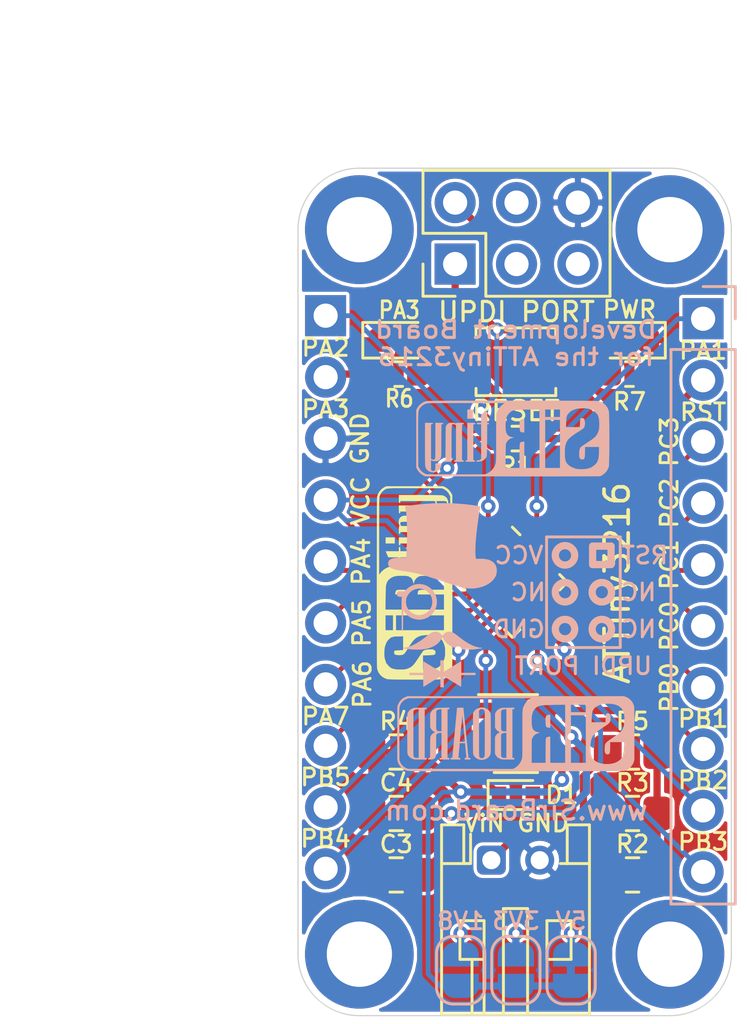
<source format=kicad_pcb>
(kicad_pcb (version 20171130) (host pcbnew "(5.1.2)-2")
  (layers (0 F.Cu signal) (31 B.Cu signal) (34 B.Paste user hide) (35 F.Paste user hide) (36 B.SilkS user) (37 F.SilkS user) (38 B.Mask user hide) (39 F.Mask user hide) (44 Edge.Cuts user))
  (net 0 "")
  (net 1 "Net-(PWR1-Pad2)")
  (net 2 VCC)
  (net 3 VIN)
  (net 4 GND)
  (net 5 RST)
  (net 6 "Net-(1V8-Pad2)")
  (net 7 "Net-(1V8-Pad1)")
  (net 8 "Net-(3V3-Pad2)")
  (net 9 "Net-(5V1-Pad1)")
  (net 10 "Net-(C3-Pad1)")
  (net 11 PA1)
  (net 12 PA7)
  (net 13 PA6)
  (net 14 PA2)
  (net 15 PA3)
  (net 16 "Net-(J4-Pad5)")
  (net 17 "Net-(J4-Pad4)")
  (net 18 "Net-(J4-Pad3)")
  (net 19 "Net-(PWR2-Pad2)")
  (net 20 PB2)
  (net 21 PB3)
  (net 22 PA5)
  (net 23 PA4)
  (net 24 PB1)
  (net 25 PB0)
  (net 26 PB4)
  (net 27 PB5)
  (net 28 PC0)
  (net 29 PC1)
  (net 30 PC2)
  (net 31 PC3)
  (module Connector_PinHeader_2.54mm:PinHeader_1x10_P2.54mm_Vertical (layer B.Cu) (at 122.301 78.359 180)
    (fp_text reference J1 hide)
    (fp_text value Conn_01x10)
    (pad 10 thru_hole oval (at 0 -22.86 180) (size 1.7 1.7) (drill 1) (layers *.Cu *.Mask) (net 26 PB4))
    (pad 9 thru_hole oval (at 0 -20.32 180) (size 1.7 1.7) (drill 1) (layers *.Cu *.Mask) (net 27 PB5))
    (pad 8 thru_hole oval (at 0 -17.78 180) (size 1.7 1.7) (drill 1) (layers *.Cu *.Mask) (net 12 PA7))
    (pad 7 thru_hole oval (at 0 -15.24 180) (size 1.7 1.7) (drill 1) (layers *.Cu *.Mask) (net 13 PA6))
    (pad 6 thru_hole oval (at 0 -12.7 180) (size 1.7 1.7) (drill 1) (layers *.Cu *.Mask) (net 22 PA5))
    (pad 5 thru_hole oval (at 0 -10.16 180) (size 1.7 1.7) (drill 1) (layers *.Cu *.Mask) (net 23 PA4))
    (pad 4 thru_hole oval (at 0 -7.62 180) (size 1.7 1.7) (drill 1) (layers *.Cu *.Mask) (net 2 VCC))
    (pad 3 thru_hole oval (at 0 -5.08 180) (size 1.7 1.7) (drill 1) (layers *.Cu *.Mask) (net 4 GND))
    (pad 2 thru_hole oval (at 0 -2.54 180) (size 1.7 1.7) (drill 1) (layers *.Cu *.Mask) (net 15 PA3))
    (pad 1 thru_hole rect (at 0 0 180) (size 1.7 1.7) (drill 1) (layers *.Cu *.Mask) (net 14 PA2))
  )
  (module logo:SirTiny80X31 (layer B.Cu) (at 130.048 83.439 180)
    (fp_text reference G*** hide)
    (fp_text value LOGO hide)
  )
  (module logo:SirTiny80X31 (layer F.Cu) (at 125.984 89.408 90)
    (fp_text reference G*** hide)
    (fp_text value LOGO hide)
  )
  (module Package_DFN_QFN:UQFN-20-1EP_3x3mm_P0.4mm_EP1.85x1.85mm (layer F.Cu) (at 130.026136 89.374507 315)
    (fp_text reference U2 hide)
    (fp_text value ATtiny3216-M)
    (pad 21 smd roundrect (at 0 0 315) (size 1.7 1.7) (layers F.Cu F.Mask) (roundrect_rratio 0.135) (net 4 GND))
    (pad 1 smd roundrect (at -1.4875 -0.8 315) (size 0.725 0.2) (layers F.Cu F.Paste F.Mask) (net 14 PA2))
    (pad 2 smd roundrect (at -1.4875 -0.4 315) (size 0.725 0.2) (layers F.Cu F.Paste F.Mask) (net 15 PA3))
    (pad 3 smd roundrect (at -1.4875 0 315) (size 0.725 0.2) (layers F.Cu F.Paste F.Mask) (net 4 GND))
    (pad 4 smd roundrect (at -1.4875 0.4 315) (size 0.725 0.2) (layers F.Cu F.Paste F.Mask) (net 2 VCC))
    (pad 5 smd roundrect (at -1.4875 0.8 315) (size 0.725 0.2) (layers F.Cu F.Paste F.Mask) (net 23 PA4))
    (pad 6 smd roundrect (at -0.8 1.4875 315) (size 0.2 0.725) (layers F.Cu F.Paste F.Mask) (net 22 PA5))
    (pad 7 smd roundrect (at -0.4 1.4875 315) (size 0.2 0.725) (layers F.Cu F.Paste F.Mask) (net 13 PA6))
    (pad 8 smd roundrect (at 0 1.4875 315) (size 0.2 0.725) (layers F.Cu F.Paste F.Mask) (net 12 PA7))
    (pad 9 smd roundrect (at 0.4 1.4875 315) (size 0.2 0.725) (layers F.Cu F.Paste F.Mask) (net 27 PB5))
    (pad 10 smd roundrect (at 0.8 1.4875 315) (size 0.2 0.725) (layers F.Cu F.Paste F.Mask) (net 26 PB4))
    (pad 11 smd roundrect (at 1.4875 0.8 315) (size 0.725 0.2) (layers F.Cu F.Paste F.Mask) (net 21 PB3))
    (pad 12 smd roundrect (at 1.4875 0.4 315) (size 0.725 0.2) (layers F.Cu F.Paste F.Mask) (net 20 PB2))
    (pad 13 smd roundrect (at 1.4875 0 315) (size 0.725 0.2) (layers F.Cu F.Paste F.Mask) (net 24 PB1))
    (pad 14 smd roundrect (at 1.4875 -0.4 315) (size 0.725 0.2) (layers F.Cu F.Paste F.Mask) (net 25 PB0))
    (pad 15 smd roundrect (at 1.4875 -0.8 315) (size 0.725 0.2) (layers F.Cu F.Paste F.Mask) (net 28 PC0))
    (pad 16 smd roundrect (at 0.8 -1.4875 315) (size 0.2 0.725) (layers F.Cu F.Paste F.Mask) (net 29 PC1))
    (pad 17 smd roundrect (at 0.4 -1.4875 315) (size 0.2 0.725) (layers F.Cu F.Paste F.Mask) (net 30 PC2))
    (pad 18 smd roundrect (at 0 -1.4875 315) (size 0.2 0.725) (layers F.Cu F.Paste F.Mask) (net 31 PC3))
    (pad 19 smd roundrect (at -0.4 -1.4875 315) (size 0.2 0.725) (layers F.Cu F.Paste F.Mask) (net 5 RST))
    (pad 20 smd roundrect (at -0.8 -1.4875 315) (size 0.2 0.725) (layers F.Cu F.Paste F.Mask) (net 11 PA1))
  )
  (module Connector_PinHeader_2.54mm:PinHeader_1x10_P2.54mm_Vertical (layer B.Cu) (at 137.922 78.486 180)
    (fp_text reference J3 hide)
    (fp_text value Conn_01x10)
    (pad 10 thru_hole oval (at 0 -22.86 180) (size 1.7 1.7) (drill 1) (layers *.Cu *.Mask) (net 21 PB3))
    (pad 9 thru_hole oval (at 0 -20.32 180) (size 1.7 1.7) (drill 1) (layers *.Cu *.Mask) (net 20 PB2))
    (pad 8 thru_hole oval (at 0 -17.78 180) (size 1.7 1.7) (drill 1) (layers *.Cu *.Mask) (net 24 PB1))
    (pad 7 thru_hole oval (at 0 -15.24 180) (size 1.7 1.7) (drill 1) (layers *.Cu *.Mask) (net 25 PB0))
    (pad 6 thru_hole oval (at 0 -12.7 180) (size 1.7 1.7) (drill 1) (layers *.Cu *.Mask) (net 28 PC0))
    (pad 5 thru_hole oval (at 0 -10.16 180) (size 1.7 1.7) (drill 1) (layers *.Cu *.Mask) (net 29 PC1))
    (pad 4 thru_hole oval (at 0 -7.62 180) (size 1.7 1.7) (drill 1) (layers *.Cu *.Mask) (net 30 PC2))
    (pad 3 thru_hole oval (at 0 -5.08 180) (size 1.7 1.7) (drill 1) (layers *.Cu *.Mask) (net 31 PC3))
    (pad 2 thru_hole oval (at 0 -2.54 180) (size 1.7 1.7) (drill 1) (layers *.Cu *.Mask) (net 5 RST))
    (pad 1 thru_hole rect (at 0 0 180) (size 1.7 1.7) (drill 1) (layers *.Cu *.Mask) (net 11 PA1))
  )
  (module logo:logo76x107 (layer B.Cu) (at 127.127 89.916 180)
    (fp_text reference G*** hide)
    (fp_text value LOGO hide)
  )
  (module MountingHole:MountingHole_2.7mm_M2.5_ISO7380_Pad (layer F.Cu) (at 136.5504 104.7115)
    (fp_text reference REF** hide)
    (fp_text value MountingHole_2.7mm_M2.5_ISO7380_Pad)
    (pad 1 thru_hole circle (at 0 0.0381) (size 4.5 4.5) (drill 2.7) (layers *.Cu *.Mask))
  )
  (module MountingHole:MountingHole_2.7mm_M2.5_ISO7380_Pad (layer F.Cu) (at 123.5837 104.7496)
    (fp_text reference REF** hide)
    (fp_text value MountingHole_2.7mm_M2.5_ISO7380_Pad)
    (pad 1 thru_hole circle (at 0.1143 0) (size 4.5 4.5) (drill 2.7) (layers *.Cu *.Mask))
  )
  (module Jumper:SolderJumper-2_P1.3mm_Bridged_RoundedPad1.0x1.5mm (layer B.Cu) (at 132.461 105.41 270)
    (fp_text reference 5V (at -2.032 0) (layer B.SilkS) (effects (font (size 0.7 0.7) (thickness 0.12)) (justify mirror)))
    (fp_text value SolderJumper_2_Bridged)
    (fp_poly (pts (xy 0.25 0.1778) (xy -0.25 0.1778) (xy -0.25 -0.1524) (xy 0.25 -0.1524)) (layer B.Cu) (width 0))
    (pad 1 smd custom (at -0.65 0 270) (size 1 0.5) (layers B.Cu B.Mask) (net 9 "Net-(5V1-Pad1)") (options (clearance outline) (anchor rect)) (primitives (gr_circle (center 0 -0.25) (end 0.5 -0.25) (width 0)) (gr_circle (center 0 0.25) (end 0.5 0.25) (width 0)) (gr_poly (pts (xy 0 0.75) (xy 0.5 0.75) (xy 0.5 -0.75) (xy 0 -0.75)) (width 0))))
    (pad 2 smd custom (at 0.65 0 270) (size 1 0.5) (layers B.Cu B.Mask) (net 7 "Net-(1V8-Pad1)") (options (clearance outline) (anchor rect)) (primitives (gr_circle (center 0 -0.25) (end 0.5 -0.25) (width 0)) (gr_circle (center 0 0.25) (end 0.5 0.25) (width 0)) (gr_poly (pts (xy 0 0.75) (xy -0.5 0.75) (xy -0.5 -0.75) (xy 0 -0.75)) (width 0))))
  )
  (module Connector_PinHeader_2.54mm:PinHeader_2x03_P2.54mm_Vertical (layer F.Cu) (at 127.6604 76.2254 90)
    (fp_text reference "UPDI PORT" (at -1.9812 2.54 180) (layer F.SilkS) (effects (font (size 0.8 0.8) (thickness 0.13))))
    (fp_text value ISP6)
    (pad 6 thru_hole oval (at 2.54 5.08 90) (size 1.7 1.7) (drill 1) (layers *.Cu *.Mask) (net 4 GND))
    (pad 5 thru_hole oval (at 0 5.08 90) (size 1.7 1.7) (drill 1) (layers *.Cu *.Mask) (net 16 "Net-(J4-Pad5)"))
    (pad 4 thru_hole oval (at 2.54 2.54 90) (size 1.7 1.7) (drill 1) (layers *.Cu *.Mask) (net 17 "Net-(J4-Pad4)"))
    (pad 3 thru_hole oval (at 0 2.54 90) (size 1.7 1.7) (drill 1) (layers *.Cu *.Mask) (net 18 "Net-(J4-Pad3)"))
    (pad 2 thru_hole oval (at 2.54 0 90) (size 1.7 1.7) (drill 1) (layers *.Cu *.Mask) (net 2 VCC))
    (pad 1 thru_hole rect (at 0 0 90) (size 1.7 1.7) (drill 1) (layers *.Cu *.Mask) (net 5 RST))
  )
  (module Resistor_SMD:R_0603_1608Metric (layer F.Cu) (at 125.3236 80.772)
    (fp_text reference R6 (at 0.0254 1.016 180) (layer F.SilkS) (effects (font (size 0.7 0.6) (thickness 0.12))))
    (fp_text value 1k)
    (pad 2 smd roundrect (at 0.7875 0) (size 0.875 0.95) (layers F.Cu F.Paste F.Mask) (net 19 "Net-(PWR2-Pad2)"))
    (pad 1 smd roundrect (at -0.7875 0) (size 0.875 0.95) (layers F.Cu F.Paste F.Mask) (net 15 PA3))
  )
  (module LED_SMD:LED_0603_1608Metric (layer F.Cu) (at 125.3236 79.375)
    (fp_text reference PA3 (at 0.0254 -1.2446) (layer F.SilkS) (effects (font (size 0.7 0.6) (thickness 0.12))))
    (fp_text value SFH460)
    (pad 1 smd roundrect (at -0.7875 0) (size 0.875 0.95) (layers F.Cu F.Paste F.Mask) (net 4 GND))
    (pad 2 smd roundrect (at 0.7875 0) (size 0.875 0.95) (layers F.Cu F.Paste F.Mask) (net 19 "Net-(PWR2-Pad2)"))
  )
  (module Connector_JST:JST_PH_S2B-PH-K_1x02_P2.00mm_Horizontal (layer F.Cu) (at 129.159 100.8634)
    (fp_text reference "ViN GND" (at 1.0414 -1.524) (layer F.SilkS) (effects (font (size 0.7 0.7) (thickness 0.12))))
    (fp_text value Conn_01x02)
    (pad 2 thru_hole circle (at 2 0) (size 1.2 1.2) (drill 0.75) (layers *.Cu *.Mask) (net 4 GND))
    (pad 1 thru_hole roundrect (at 0 0) (size 1.2 1.2) (drill 0.75) (layers *.Cu *.Mask) (roundrect_rratio 0.208) (net 3 VIN))
  )
  (module Package_TO_SOT_SMD:SOT-23-5 (layer F.Cu) (at 130.175 95.631)
    (fp_text reference U1 hide)
    (fp_text value AP2204K-ADJ)
    (pad 5 smd rect (at 1.1 -0.95) (size 1.06 0.65) (layers F.Cu F.Paste F.Mask) (net 2 VCC))
    (pad 4 smd rect (at 1.1 0.95) (size 1.06 0.65) (layers F.Cu F.Paste F.Mask) (net 7 "Net-(1V8-Pad1)"))
    (pad 3 smd rect (at -1.1 0.95) (size 1.06 0.65) (layers F.Cu F.Paste F.Mask) (net 10 "Net-(C3-Pad1)"))
    (pad 2 smd rect (at -1.1 0) (size 1.06 0.65) (layers F.Cu F.Paste F.Mask) (net 4 GND))
    (pad 1 smd rect (at -1.1 -0.95) (size 1.06 0.65) (layers F.Cu F.Paste F.Mask) (net 10 "Net-(C3-Pad1)"))
  )
  (module MountingHole:MountingHole_2.7mm_M2.5_ISO7380_Pad (layer F.Cu) (at 123.698 74.8411)
    (fp_text reference REF** hide)
    (fp_text value MountingHole_2.7mm_M2.5_ISO7380_Pad)
    (pad 1 thru_hole circle (at 0 -0.0381) (size 4.5 4.5) (drill 2.7) (layers *.Cu *.Mask))
  )
  (module MountingHole:MountingHole_2.7mm_M2.5_ISO7380_Pad (layer F.Cu) (at 136.5504 74.803)
    (fp_text reference REF** hide)
    (fp_text value MountingHole_2.7mm_M2.5_ISO7380_Pad)
    (pad 1 thru_hole circle (at 0 0) (size 4.5 4.5) (drill 2.7) (layers *.Cu *.Mask))
  )
  (module Button_Switch_SMD:SW_SPST_B3U-1000P (layer F.Cu) (at 130.175 80.264)
    (fp_text reference RESET (at 0 2.032 180) (layer F.SilkS) (effects (font (size 0.8 0.8) (thickness 0.13))))
    (fp_text value RST)
    (pad 2 smd rect (at 1.7 0) (size 0.9 1.7) (layers F.Cu F.Paste F.Mask) (net 4 GND))
    (pad 1 smd rect (at -1.7 0) (size 0.9 1.7) (layers F.Cu F.Paste F.Mask) (net 5 RST))
  )
  (module Resistor_SMD:R_0603_1608Metric (layer F.Cu) (at 134.874 80.772 180)
    (fp_text reference R7 (at 0 -1.143 180) (layer F.SilkS) (effects (font (size 0.7 0.7) (thickness 0.12))))
    (fp_text value 1k)
    (pad 2 smd roundrect (at 0.7875 0 180) (size 0.875 0.95) (layers F.Cu F.Paste F.Mask) (net 1 "Net-(PWR1-Pad2)"))
    (pad 1 smd roundrect (at -0.7875 0 180) (size 0.875 0.95) (layers F.Cu F.Paste F.Mask) (net 2 VCC))
  )
  (module Resistor_SMD:R_0805_2012Metric_Pad1.15x1.40mm_HandSolder (layer F.Cu) (at 135.001 96.393 180)
    (fp_text reference R5 (at 0 1.27 180) (layer F.SilkS) (effects (font (size 0.7 0.7) (thickness 0.12))))
    (fp_text value 220K)
    (pad 2 smd roundrect (at 1.025 0 180) (size 1.15 1.4) (layers F.Cu F.Paste F.Mask) (roundrect_rratio 0.217391) (net 6 "Net-(1V8-Pad2)"))
    (pad 1 smd roundrect (at -1.025 0 180) (size 1.15 1.4) (layers F.Cu F.Paste F.Mask) (roundrect_rratio 0.217391) (net 2 VCC))
  )
  (module Resistor_SMD:R_0805_2012Metric_Pad1.15x1.40mm_HandSolder (layer F.Cu) (at 125.222 96.393 180)
    (fp_text reference R4 (at 0 1.27) (layer F.SilkS) (effects (font (size 0.7 0.7) (thickness 0.12))))
    (fp_text value 100K)
    (pad 2 smd roundrect (at 1.025 0 180) (size 1.15 1.4) (layers F.Cu F.Paste F.Mask) (roundrect_rratio 0.217391) (net 4 GND))
    (pad 1 smd roundrect (at -1.025 0 180) (size 1.15 1.4) (layers F.Cu F.Paste F.Mask) (roundrect_rratio 0.217391) (net 7 "Net-(1V8-Pad1)"))
  )
  (module Resistor_SMD:R_0805_2012Metric_Pad1.15x1.40mm_HandSolder (layer F.Cu) (at 135.001 98.933 180)
    (fp_text reference R3 (at 0 1.27 180) (layer F.SilkS) (effects (font (size 0.7 0.7) (thickness 0.12))))
    (fp_text value 60K)
    (pad 2 smd roundrect (at 1.025 0 180) (size 1.15 1.4) (layers F.Cu F.Paste F.Mask) (roundrect_rratio 0.217391) (net 8 "Net-(3V3-Pad2)"))
    (pad 1 smd roundrect (at -1.025 0 180) (size 1.15 1.4) (layers F.Cu F.Paste F.Mask) (roundrect_rratio 0.217391) (net 2 VCC))
  )
  (module Resistor_SMD:R_0805_2012Metric_Pad1.15x1.40mm_HandSolder (layer F.Cu) (at 135.001 101.473 180)
    (fp_text reference R2 (at 0 1.27 180) (layer F.SilkS) (effects (font (size 0.7 0.7) (thickness 0.12))))
    (fp_text value 33K)
    (pad 2 smd roundrect (at 1.025 0 180) (size 1.15 1.4) (layers F.Cu F.Paste F.Mask) (roundrect_rratio 0.217391) (net 9 "Net-(5V1-Pad1)"))
    (pad 1 smd roundrect (at -1.025 0 180) (size 1.15 1.4) (layers F.Cu F.Paste F.Mask) (roundrect_rratio 0.217391) (net 2 VCC))
  )
  (module Resistor_SMD:R_0603_1608Metric (layer F.Cu) (at 130.175 83.439 180)
    (fp_text reference R1 (at 0 -1.143 180) (layer F.SilkS) (effects (font (size 0.7 0.7) (thickness 0.12))))
    (fp_text value 10k)
    (pad 2 smd roundrect (at 0.7875 0 180) (size 0.875 0.95) (layers F.Cu F.Paste F.Mask) (net 2 VCC))
    (pad 1 smd roundrect (at -0.7875 0 180) (size 0.875 0.95) (layers F.Cu F.Paste F.Mask) (net 5 RST))
  )
  (module LED_SMD:LED_0603_1608Metric (layer F.Cu) (at 134.874 79.375 180)
    (fp_text reference PWR (at 0 1.27 180) (layer F.SilkS) (effects (font (size 0.7 0.7) (thickness 0.12))))
    (fp_text value SFH460)
    (pad 2 smd roundrect (at 0.7875 0 180) (size 0.875 0.95) (layers F.Cu F.Paste F.Mask) (net 1 "Net-(PWR1-Pad2)"))
    (pad 1 smd roundrect (at -0.7875 0 180) (size 0.875 0.95) (layers F.Cu F.Paste F.Mask) (net 4 GND))
  )
  (module Diode_SMD:D_SOD-523 (layer F.Cu) (at 130.175 98.171)
    (fp_text reference D1 (at 1.905 0) (layer F.SilkS) (effects (font (size 0.7 0.7) (thickness 0.12))))
    (fp_text value 1N4148WT)
    (pad 1 smd rect (at -0.7 0 180) (size 0.6 0.7) (layers F.Cu F.Paste F.Mask) (net 10 "Net-(C3-Pad1)"))
    (pad 2 smd rect (at 0.7 0 180) (size 0.6 0.7) (layers F.Cu F.Paste F.Mask) (net 3 VIN))
  )
  (module Capacitor_SMD:C_0805_2012Metric_Pad1.15x1.40mm_HandSolder (layer F.Cu) (at 125.222 98.933 180)
    (fp_text reference C4 (at 0 1.27) (layer F.SilkS) (effects (font (size 0.7 0.7) (thickness 0.12))))
    (fp_text value 1uF)
    (pad 2 smd roundrect (at 1.025 0 180) (size 1.15 1.4) (layers F.Cu F.Paste F.Mask) (roundrect_rratio 0.217391) (net 4 GND))
    (pad 1 smd roundrect (at -1.025 0 180) (size 1.15 1.4) (layers F.Cu F.Paste F.Mask) (roundrect_rratio 0.217391) (net 2 VCC))
  )
  (module Capacitor_SMD:C_0805_2012Metric_Pad1.15x1.40mm_HandSolder (layer F.Cu) (at 125.222 101.473 180)
    (fp_text reference C3 (at 0 1.27) (layer F.SilkS) (effects (font (size 0.7 0.7) (thickness 0.12))))
    (fp_text value 2.2uF)
    (pad 2 smd roundrect (at 1.025 0 180) (size 1.15 1.4) (layers F.Cu F.Paste F.Mask) (roundrect_rratio 0.217391) (net 4 GND))
    (pad 1 smd roundrect (at -1.025 0 180) (size 1.15 1.4) (layers F.Cu F.Paste F.Mask) (roundrect_rratio 0.217391) (net 10 "Net-(C3-Pad1)"))
  )
  (module Jumper:SolderJumper-2_P1.3mm_Open_RoundedPad1.0x1.5mm (layer B.Cu) (at 130.175 105.41 90)
    (fp_text reference 3V3 (at 2.032 0 180) (layer B.SilkS) (effects (font (size 0.7 0.7) (thickness 0.12)) (justify mirror)))
    (fp_text value SolderJumper_2_Open)
    (pad 2 smd custom (at 0.65 0 90) (size 1 0.5) (layers B.Cu B.Mask) (net 8 "Net-(3V3-Pad2)") (options (clearance outline) (anchor rect)) (primitives (gr_circle (center 0 -0.25) (end 0.5 -0.25) (width 0)) (gr_circle (center 0 0.25) (end 0.5 0.25) (width 0)) (gr_poly (pts (xy 0 0.75) (xy -0.5 0.75) (xy -0.5 -0.75) (xy 0 -0.75)) (width 0))))
    (pad 1 smd custom (at -0.65 0 90) (size 1 0.5) (layers B.Cu B.Mask) (net 7 "Net-(1V8-Pad1)") (options (clearance outline) (anchor rect)) (primitives (gr_circle (center 0 -0.25) (end 0.5 -0.25) (width 0)) (gr_circle (center 0 0.25) (end 0.5 0.25) (width 0)) (gr_poly (pts (xy 0 0.75) (xy 0.5 0.75) (xy 0.5 -0.75) (xy 0 -0.75)) (width 0))))
  )
  (module Jumper:SolderJumper-2_P1.3mm_Open_RoundedPad1.0x1.5mm (layer B.Cu) (at 127.889 105.41 90)
    (fp_text reference 1V8 (at 2.032 0 180) (layer B.SilkS) (effects (font (size 0.7 0.7) (thickness 0.12)) (justify mirror)))
    (fp_text value SolderJumper_2_Open)
    (pad 2 smd custom (at 0.65 0 90) (size 1 0.5) (layers B.Cu B.Mask) (net 6 "Net-(1V8-Pad2)") (options (clearance outline) (anchor rect)) (primitives (gr_circle (center 0 -0.25) (end 0.5 -0.25) (width 0)) (gr_circle (center 0 0.25) (end 0.5 0.25) (width 0)) (gr_poly (pts (xy 0 0.75) (xy -0.5 0.75) (xy -0.5 -0.75) (xy 0 -0.75)) (width 0))))
    (pad 1 smd custom (at -0.65 0 90) (size 1 0.5) (layers B.Cu B.Mask) (net 7 "Net-(1V8-Pad1)") (options (clearance outline) (anchor rect)) (primitives (gr_circle (center 0 -0.25) (end 0.5 -0.25) (width 0)) (gr_circle (center 0 0.25) (end 0.5 0.25) (width 0)) (gr_poly (pts (xy 0 0.75) (xy 0.5 0.75) (xy 0.5 -0.75) (xy 0 -0.75)) (width 0))))
  )
  (module logo:SirBoard98x31 (layer B.Cu) (at 130.175 95.631 180)
    (fp_text reference G*** hide)
    (fp_text value LOGO hide)
  )
  (gr_line (start 136.5504 72.263) (end 123.698 72.263) (layer Edge.Cuts) (width 0.05))
  (gr_arc (start 136.5504 74.803) (end 139.0904 74.803) (angle -90) (layer Edge.Cuts) (width 0.05))
  (gr_line (start 139.090273 104.724201) (end 139.0904 74.803) (layer Edge.Cuts) (width 0.05))
  (gr_arc (start 136.5504 104.7496) (end 136.5504 107.2896) (angle -90.5729387) (layer Edge.Cuts) (width 0.05))
  (gr_line (start 123.698 107.2896) (end 136.5504 107.2896) (layer Edge.Cuts) (width 0.05))
  (gr_arc (start 123.698 104.7496) (end 121.158 104.7496) (angle -90) (layer Edge.Cuts) (width 0.05))
  (gr_line (start 121.158 74.803) (end 121.158 104.7496) (layer Edge.Cuts) (width 0.05))
  (gr_arc (start 123.698 74.803) (end 123.698 72.263) (angle -90) (layer Edge.Cuts) (width 0.05))
  (gr_text PB3 (at 137.922 100.1014) (layer F.SilkS) (effects (font (size 0.7 0.7) (thickness 0.12))))
  (gr_text PB2 (at 137.922 97.5614) (layer F.SilkS) (effects (font (size 0.7 0.7) (thickness 0.12))))
  (gr_text PB1 (at 137.922 95.0214) (layer F.SilkS) (effects (font (size 0.7 0.7) (thickness 0.12))))
  (gr_text PB0 (at 136.525 93.726 90) (layer F.SilkS) (effects (font (size 0.7 0.7) (thickness 0.12))))
  (gr_text PC0 (at 136.525 91.186 90) (layer F.SilkS) (effects (font (size 0.7 0.7) (thickness 0.12))))
  (gr_text PC1 (at 136.525 88.646 90) (layer F.SilkS) (effects (font (size 0.7 0.7) (thickness 0.12))))
  (gr_text RST (at 137.922 82.3468) (layer F.SilkS) (effects (font (size 0.7 0.7) (thickness 0.12))))
  (gr_text PB4 (at 122.301 99.9744) (layer F.SilkS) (effects (font (size 0.7 0.7) (thickness 0.12))))
  (gr_text PB5 (at 122.301 97.4344) (layer F.SilkS) (effects (font (size 0.7 0.7) (thickness 0.12))))
  (gr_text PA7 (at 122.301 94.9198) (layer F.SilkS) (effects (font (size 0.7 0.7) (thickness 0.12))))
  (gr_text PA6 (at 123.825 93.599 90) (layer F.SilkS) (effects (font (size 0.7 0.7) (thickness 0.12))))
  (gr_text VCC (at 123.7488 86.0044 90) (layer F.SilkS) (effects (font (size 0.7 0.7) (thickness 0.12))))
  (gr_text PA3 (at 122.301 82.2198) (layer F.SilkS) (effects (font (size 0.7 0.7) (thickness 0.12))))
  (gr_text ATTiny3216 (at 134.366 89.408 90) (layer F.SilkS) (effects (font (size 1 1))))
  (gr_line (start 133.35 88.646) (end 133.35 87.884) (layer B.SilkS) (width 0.3))
  (gr_line (start 134.112 88.646) (end 133.35 88.646) (layer B.SilkS) (width 0.3))
  (gr_line (start 134.112 87.884) (end 134.112 88.646) (layer B.SilkS) (width 0.3))
  (gr_line (start 133.35 87.884) (end 134.112 87.884) (layer B.SilkS) (width 0.3))
  (gr_line (start 134.493 92.075) (end 131.445 92.075) (layer B.SilkS) (width 0.12))
  (gr_line (start 131.445 92.075) (end 131.445 87.503) (layer B.SilkS) (width 0.12))
  (gr_line (start 131.445 87.503) (end 134.493 87.503) (layer B.SilkS) (width 0.12))
  (gr_line (start 134.493 87.503) (end 134.493 92.075) (layer B.SilkS) (width 0.12))
  (gr_text "UPDI PORT" (at 132.969 92.837) (layer B.SilkS) (effects (font (size 0.7 0.7) (thickness 0.12)) (justify mirror)))
  (gr_text NC (at 135.255 89.789) (layer B.SilkS) (effects (font (size 0.7 0.7) (thickness 0.12)) (justify mirror)))
  (gr_text RST (at 135.509 88.265) (layer B.SilkS) (effects (font (size 0.7 0.7) (thickness 0.12)) (justify mirror)))
  (gr_text NC (at 135.255 91.313) (layer B.SilkS) (effects (font (size 0.7 0.7) (thickness 0.12)) (justify mirror)))
  (gr_text NC (at 130.683 89.789) (layer B.SilkS) (effects (font (size 0.7 0.7) (thickness 0.12)) (justify mirror)))
  (gr_text GND (at 130.302 91.313) (layer B.SilkS) (effects (font (size 0.7 0.7) (thickness 0.12)) (justify mirror)))
  (gr_text VCC (at 130.302 88.265) (layer B.SilkS) (effects (font (size 0.7 0.7) (thickness 0.12)) (justify mirror)))
  (gr_circle (center 133.731 89.789) (end 134.132609 89.789) (layer B.SilkS) (width 0.3))
  (gr_circle (center 132.207 91.313) (end 132.608609 91.313) (layer B.SilkS) (width 0.3))
  (gr_circle (center 132.207 89.789) (end 132.608609 89.789) (layer B.SilkS) (width 0.3))
  (gr_circle (center 133.731 91.313) (end 134.132609 91.313) (layer B.SilkS) (width 0.3))
  (gr_circle (center 132.207 88.265) (end 132.608609 88.265) (layer B.SilkS) (width 0.3))
  (gr_text "Development Board\nfor the ATTiny3216" (at 130.175 79.502) (layer B.SilkS) (effects (font (size 0.7 0.8) (thickness 0.13)) (justify mirror)))
  (gr_text www.SirBoard.com (at 130.1877 98.806) (layer B.SilkS) (effects (font (size 0.8 0.8) (thickness 0.13)) (justify mirror)))
  (gr_text PC2 (at 136.525 86.106 90) (layer F.SilkS) (effects (font (size 0.7 0.7) (thickness 0.12))))
  (gr_text PA2 (at 122.301 79.6798) (layer F.SilkS) (effects (font (size 0.7 0.7) (thickness 0.12))))
  (gr_text PA4 (at 123.7742 88.519 90) (layer F.SilkS) (effects (font (size 0.7 0.7) (thickness 0.12))))
  (gr_text PA1 (at 137.922 79.8068) (layer F.SilkS) (effects (font (size 0.7 0.7) (thickness 0.12))))
  (gr_text PA5 (at 123.7996 91.059 90) (layer F.SilkS) (effects (font (size 0.7 0.7) (thickness 0.12))))
  (gr_text PC3 (at 136.525 83.566 90) (layer F.SilkS) (effects (font (size 0.7 0.7) (thickness 0.12))))
  (gr_text GND (at 123.7234 83.439 90) (layer F.SilkS) (effects (font (size 0.7 0.7) (thickness 0.12))))
  (segment (start 134.0865 79.375) (end 134.0865 80.772) (width 0.3) (layer F.Cu) (net 1))
  (segment (start 136.017 96.012) (end 136.017 101.473) (width 0.3) (layer F.Cu) (net 2))
  (segment (start 131.275 94.681) (end 134.686 94.681) (width 0.3) (layer F.Cu) (net 2))
  (segment (start 134.686 94.681) (end 136.017 96.012) (width 0.3) (layer F.Cu) (net 2))
  (via (at 127.508 98.933) (size 0.6) (drill 0.3) (layers F.Cu B.Cu) (net 2))
  (segment (start 126.247 98.933) (end 127.508 98.933) (width 0.3) (layer F.Cu) (net 2))
  (via (at 132.461 95.758) (size 0.6) (drill 0.3) (layers F.Cu B.Cu) (net 2))
  (segment (start 132.352 95.758) (end 131.275 94.681) (width 0.3) (layer F.Cu) (net 2))
  (segment (start 132.461 95.758) (end 132.352 95.758) (width 0.3) (layer F.Cu) (net 2))
  (segment (start 133.096 96.393) (end 132.461 95.758) (width 0.3) (layer B.Cu) (net 2))
  (segment (start 133.096 98.044) (end 133.096 96.393) (width 0.3) (layer B.Cu) (net 2))
  (segment (start 127.508 98.933) (end 132.207 98.933) (width 0.3) (layer B.Cu) (net 2))
  (segment (start 132.207 98.933) (end 133.096 98.044) (width 0.3) (layer B.Cu) (net 2))
  (segment (start 135.6615 81.347) (end 135.6615 80.772) (width 0.3) (layer F.Cu) (net 2))
  (segment (start 134.814 82.1945) (end 135.6615 81.347) (width 0.3) (layer F.Cu) (net 2))
  (segment (start 133.0198 81.5594) (end 133.6549 82.1945) (width 0.3) (layer F.Cu) (net 2))
  (segment (start 128.9304 74.9554) (end 128.9304 78.486) (width 0.3) (layer F.Cu) (net 2))
  (segment (start 127.6604 73.6854) (end 128.9304 74.9554) (width 0.3) (layer F.Cu) (net 2))
  (segment (start 128.9304 78.486) (end 129.3875 78.9431) (width 0.3) (layer F.Cu) (net 2))
  (segment (start 133.6549 82.1945) (end 134.814 82.1945) (width 0.3) (layer F.Cu) (net 2))
  (segment (start 129.3875 78.9431) (end 132.3847 78.9431) (width 0.3) (layer F.Cu) (net 2))
  (segment (start 132.3847 78.9431) (end 133.0198 79.5782) (width 0.3) (layer F.Cu) (net 2))
  (segment (start 133.0198 79.5782) (end 133.0198 81.5594) (width 0.3) (layer F.Cu) (net 2))
  (segment (start 128.691472 88.605528) (end 128.274744 88.1888) (width 0.2) (layer F.Cu) (net 2))
  (segment (start 124.5108 88.1888) (end 122.301 85.979) (width 0.2) (layer F.Cu) (net 2))
  (segment (start 128.274744 88.1888) (end 124.5108 88.1888) (width 0.2) (layer F.Cu) (net 2))
  (via (at 128.7272 82.2706) (size 0.6) (drill 0.3) (layers F.Cu B.Cu) (net 2))
  (segment (start 129.3875 83.439) (end 129.3875 82.9309) (width 0.2) (layer F.Cu) (net 2))
  (segment (start 129.3875 82.9309) (end 128.7272 82.2706) (width 0.2) (layer F.Cu) (net 2))
  (via (at 129.3875 78.9431) (size 0.6) (drill 0.3) (layers F.Cu B.Cu) (net 2))
  (segment (start 128.7272 82.2706) (end 129.3875 81.6103) (width 0.2) (layer B.Cu) (net 2))
  (segment (start 129.3875 81.6103) (end 129.3875 78.9431) (width 0.2) (layer B.Cu) (net 2))
  (via (at 127.3302 84.6582) (size 0.6) (drill 0.3) (layers F.Cu B.Cu) (net 2))
  (segment (start 129.3875 83.439) (end 128.5494 83.439) (width 0.2) (layer F.Cu) (net 2))
  (segment (start 128.5494 83.439) (end 127.3302 84.6582) (width 0.2) (layer F.Cu) (net 2))
  (segment (start 126.0094 85.979) (end 122.301 85.979) (width 0.2) (layer B.Cu) (net 2))
  (segment (start 127.3302 84.6582) (end 126.0094 85.979) (width 0.2) (layer B.Cu) (net 2))
  (segment (start 123.150999 86.828999) (end 124.827399 86.828999) (width 0.2) (layer B.Cu) (net 2))
  (segment (start 122.301 85.979) (end 123.150999 86.828999) (width 0.2) (layer B.Cu) (net 2))
  (segment (start 124.827399 86.828999) (end 130.0734 92.075) (width 0.2) (layer B.Cu) (net 2))
  (segment (start 130.0734 93.3704) (end 132.461 95.758) (width 0.2) (layer B.Cu) (net 2))
  (segment (start 130.0734 92.075) (end 130.0734 93.3704) (width 0.2) (layer B.Cu) (net 2))
  (segment (start 130.875 99.1474) (end 130.875 98.171) (width 0.3) (layer F.Cu) (net 3))
  (segment (start 129.159 100.8634) (end 130.875 99.1474) (width 0.3) (layer F.Cu) (net 3))
  (segment (start 127.9398 80.264) (end 128.475 80.264) (width 0.3) (layer F.Cu) (net 5))
  (segment (start 127.6604 76.2254) (end 127.6604 79.9846) (width 0.3) (layer F.Cu) (net 5))
  (segment (start 127.6604 79.9846) (end 127.9398 80.264) (width 0.3) (layer F.Cu) (net 5))
  (segment (start 135.509 83.439) (end 137.922 81.026) (width 0.3) (layer F.Cu) (net 5))
  (segment (start 130.9625 83.439) (end 135.509 83.439) (width 0.3) (layer F.Cu) (net 5))
  (segment (start 130.9625 83.1515) (end 130.9625 83.439) (width 0.3) (layer F.Cu) (net 5))
  (segment (start 128.475 80.664) (end 130.9625 83.1515) (width 0.3) (layer F.Cu) (net 5))
  (segment (start 128.475 80.264) (end 128.475 80.664) (width 0.3) (layer F.Cu) (net 5))
  (segment (start 131.786642 87.161358) (end 135.509 83.439) (width 0.2) (layer F.Cu) (net 5))
  (segment (start 131.6736 87.161358) (end 131.786642 87.161358) (width 0.2) (layer F.Cu) (net 5))
  (segment (start 130.795115 88.039843) (end 131.6736 87.161358) (width 0.2) (layer F.Cu) (net 5))
  (via (at 127.889 103.886) (size 0.6) (drill 0.3) (layers F.Cu B.Cu) (net 6))
  (segment (start 127.889 104.76) (end 127.889 103.886) (width 0.3) (layer B.Cu) (net 6))
  (segment (start 132.969 97.4) (end 133.976 96.393) (width 0.3) (layer F.Cu) (net 6))
  (segment (start 132.969 99.06) (end 132.969 97.4) (width 0.3) (layer F.Cu) (net 6))
  (segment (start 129.032 103.886) (end 130.048 102.87) (width 0.3) (layer F.Cu) (net 6))
  (segment (start 127.889 103.886) (end 129.032 103.886) (width 0.3) (layer F.Cu) (net 6))
  (segment (start 130.048 102.87) (end 131.572 102.87) (width 0.3) (layer F.Cu) (net 6))
  (segment (start 132.334 102.108) (end 132.334 99.695) (width 0.3) (layer F.Cu) (net 6))
  (segment (start 131.572 102.87) (end 132.334 102.108) (width 0.3) (layer F.Cu) (net 6))
  (segment (start 132.334 99.695) (end 132.969 99.06) (width 0.3) (layer F.Cu) (net 6))
  (via (at 127.889 98.044) (size 0.6) (drill 0.3) (layers F.Cu B.Cu) (net 7))
  (segment (start 126.247 96.393) (end 126.247 96.402) (width 0.3) (layer F.Cu) (net 7))
  (segment (start 126.247 96.402) (end 127.889 98.044) (width 0.3) (layer F.Cu) (net 7))
  (via (at 132.08 97.536) (size 0.6) (drill 0.3) (layers F.Cu B.Cu) (net 7))
  (segment (start 127.889 98.044) (end 131.572 98.044) (width 0.3) (layer B.Cu) (net 7))
  (segment (start 131.572 98.044) (end 132.08 97.536) (width 0.3) (layer B.Cu) (net 7))
  (segment (start 131.887 96.581) (end 131.275 96.581) (width 0.3) (layer F.Cu) (net 7))
  (segment (start 132.08 97.536) (end 132.08 96.774) (width 0.3) (layer F.Cu) (net 7))
  (segment (start 132.08 96.774) (end 131.887 96.581) (width 0.3) (layer F.Cu) (net 7))
  (segment (start 127.889 106.06) (end 132.461 106.06) (width 0.3) (layer B.Cu) (net 7))
  (segment (start 127.8786 106.0704) (end 127.889 106.06) (width 0.2) (layer B.Cu) (net 7))
  (segment (start 127.0508 106.0704) (end 127.8786 106.0704) (width 0.2) (layer B.Cu) (net 7))
  (segment (start 126.5428 105.5624) (end 127.0508 106.0704) (width 0.2) (layer B.Cu) (net 7))
  (segment (start 126.5428 98.6536) (end 126.5428 105.5624) (width 0.2) (layer B.Cu) (net 7))
  (segment (start 127.889 98.044) (end 127.1524 98.044) (width 0.2) (layer B.Cu) (net 7))
  (segment (start 127.1524 98.044) (end 126.5428 98.6536) (width 0.2) (layer B.Cu) (net 7))
  (segment (start 133.976 98.933) (end 132.969 99.94) (width 0.3) (layer F.Cu) (net 8))
  (segment (start 132.969 99.94) (end 132.969 102.235) (width 0.3) (layer F.Cu) (net 8))
  (via (at 130.175 103.886) (size 0.6) (drill 0.3) (layers F.Cu B.Cu) (net 8))
  (segment (start 132.969 102.235) (end 131.318 103.886) (width 0.3) (layer F.Cu) (net 8))
  (segment (start 131.318 103.886) (end 130.175 103.886) (width 0.3) (layer F.Cu) (net 8))
  (segment (start 130.175 103.886) (end 130.175 104.76) (width 0.3) (layer B.Cu) (net 8))
  (segment (start 133.976 101.473) (end 133.976 102.371) (width 0.3) (layer F.Cu) (net 9))
  (segment (start 133.976 102.371) (end 132.461 103.886) (width 0.3) (layer F.Cu) (net 9))
  (via (at 132.461 103.886) (size 0.6) (drill 0.3) (layers F.Cu B.Cu) (net 9))
  (segment (start 132.461 103.886) (end 132.461 104.76) (width 0.3) (layer B.Cu) (net 9))
  (segment (start 129.075 97.771) (end 129.475 98.171) (width 0.3) (layer F.Cu) (net 10))
  (segment (start 129.075 96.581) (end 129.075 97.771) (width 0.3) (layer F.Cu) (net 10))
  (segment (start 129.733 96.581) (end 129.075 96.581) (width 0.3) (layer F.Cu) (net 10))
  (segment (start 130.175 96.139) (end 129.733 96.581) (width 0.3) (layer F.Cu) (net 10))
  (segment (start 130.175 95.123) (end 130.175 96.139) (width 0.3) (layer F.Cu) (net 10))
  (segment (start 129.075 94.681) (end 129.733 94.681) (width 0.3) (layer F.Cu) (net 10))
  (segment (start 129.733 94.681) (end 130.175 95.123) (width 0.3) (layer F.Cu) (net 10))
  (segment (start 129.475 98.245) (end 129.475 98.171) (width 0.3) (layer F.Cu) (net 10))
  (segment (start 126.247 101.473) (end 129.475 98.245) (width 0.3) (layer F.Cu) (net 10))
  (via (at 131.0386 86.233) (size 0.6) (drill 0.3) (layers F.Cu B.Cu) (net 11))
  (segment (start 131.0386 84.3194) (end 131.0386 86.233) (width 0.2) (layer B.Cu) (net 11))
  (segment (start 137.922 78.486) (end 136.872 78.486) (width 0.2) (layer B.Cu) (net 11))
  (segment (start 136.872 78.486) (end 131.0386 84.3194) (width 0.2) (layer B.Cu) (net 11))
  (segment (start 131.0386 87.230672) (end 130.512272 87.757) (width 0.2) (layer F.Cu) (net 11))
  (segment (start 131.0386 86.233) (end 131.0386 87.230672) (width 0.2) (layer F.Cu) (net 11))
  (segment (start 128.974315 90.426328) (end 128.468643 90.932) (width 0.2) (layer F.Cu) (net 12))
  (segment (start 127.508 90.932) (end 122.301 96.139) (width 0.2) (layer F.Cu) (net 12))
  (segment (start 128.468643 90.932) (end 127.508 90.932) (width 0.2) (layer F.Cu) (net 12))
  (segment (start 128.691472 90.143486) (end 128.283958 90.551) (width 0.2) (layer F.Cu) (net 13))
  (segment (start 125.349 90.551) (end 122.301 93.599) (width 0.2) (layer F.Cu) (net 13))
  (segment (start 128.283958 90.551) (end 125.349 90.551) (width 0.2) (layer F.Cu) (net 13))
  (segment (start 129.032 84.04) (end 129.032 85.808736) (width 0.2) (layer B.Cu) (net 14))
  (segment (start 129.54 87.757) (end 129.032 87.249) (width 0.2) (layer F.Cu) (net 14))
  (segment (start 123.351 78.359) (end 129.032 84.04) (width 0.2) (layer B.Cu) (net 14))
  (segment (start 122.301 78.359) (end 123.351 78.359) (width 0.2) (layer B.Cu) (net 14))
  (segment (start 129.032 85.808736) (end 129.032 86.233) (width 0.2) (layer B.Cu) (net 14))
  (via (at 129.032 86.233) (size 0.6) (drill 0.3) (layers F.Cu B.Cu) (net 14))
  (segment (start 129.032 87.249) (end 129.032 86.657264) (width 0.2) (layer F.Cu) (net 14))
  (segment (start 129.032 86.657264) (end 129.032 86.233) (width 0.2) (layer F.Cu) (net 14))
  (segment (start 122.428 80.772) (end 122.301 80.899) (width 0.3) (layer F.Cu) (net 15))
  (segment (start 124.5361 80.772) (end 122.428 80.772) (width 0.3) (layer F.Cu) (net 15))
  (segment (start 124.5361 83.318786) (end 124.5361 80.772) (width 0.2) (layer F.Cu) (net 15))
  (segment (start 129.257157 88.039843) (end 124.5361 83.318786) (width 0.2) (layer F.Cu) (net 15))
  (segment (start 126.1111 80.772) (end 126.1111 79.375) (width 0.3) (layer F.Cu) (net 19))
  (via (at 132.181546 92.1512) (size 0.6) (drill 0.3) (layers F.Cu B.Cu) (net 20))
  (segment (start 137.922 98.806) (end 132.181546 93.065546) (width 0.2) (layer B.Cu) (net 20))
  (segment (start 132.181546 93.065546) (end 132.181546 92.575464) (width 0.2) (layer B.Cu) (net 20))
  (segment (start 132.181546 92.575464) (end 132.181546 92.1512) (width 0.2) (layer B.Cu) (net 20))
  (segment (start 130.795115 90.709171) (end 132.181546 92.095602) (width 0.2) (layer F.Cu) (net 20))
  (segment (start 132.181546 92.095602) (end 132.181546 92.1512) (width 0.2) (layer F.Cu) (net 20))
  (via (at 131.064 92.608396) (size 0.6) (drill 0.3) (layers F.Cu B.Cu) (net 21))
  (segment (start 131.064 91.543742) (end 131.064 92.184132) (width 0.2) (layer F.Cu) (net 21))
  (segment (start 131.064 92.184132) (end 131.064 92.608396) (width 0.2) (layer F.Cu) (net 21))
  (segment (start 130.512272 90.992014) (end 131.064 91.543742) (width 0.2) (layer F.Cu) (net 21))
  (segment (start 131.363999 92.908395) (end 131.064 92.608396) (width 0.2) (layer B.Cu) (net 21))
  (segment (start 133.6802 97.1042) (end 133.6802 95.224596) (width 0.2) (layer B.Cu) (net 21))
  (segment (start 137.922 101.346) (end 133.6802 97.1042) (width 0.2) (layer B.Cu) (net 21))
  (segment (start 133.6802 95.224596) (end 131.363999 92.908395) (width 0.2) (layer B.Cu) (net 21))
  (segment (start 123.499357 89.860643) (end 122.301 91.059) (width 0.2) (layer F.Cu) (net 22))
  (segment (start 128.408629 89.860643) (end 123.499357 89.860643) (width 0.2) (layer F.Cu) (net 22))
  (segment (start 122.670371 88.888371) (end 122.301 88.519) (width 0.2) (layer F.Cu) (net 23))
  (segment (start 128.408629 88.888371) (end 122.670371 88.888371) (width 0.2) (layer F.Cu) (net 23))
  (segment (start 131.077957 90.426328) (end 131.583629 90.932) (width 0.2) (layer F.Cu) (net 24))
  (segment (start 132.588 90.932) (end 137.922 96.266) (width 0.2) (layer F.Cu) (net 24))
  (segment (start 131.583629 90.932) (end 132.588 90.932) (width 0.2) (layer F.Cu) (net 24))
  (segment (start 131.3608 90.143486) (end 131.768314 90.551) (width 0.2) (layer F.Cu) (net 25))
  (segment (start 134.747 90.551) (end 137.922 93.726) (width 0.2) (layer F.Cu) (net 25))
  (segment (start 131.768314 90.551) (end 134.747 90.551) (width 0.2) (layer F.Cu) (net 25))
  (via (at 128.93041 92.6084) (size 0.6) (drill 0.3) (layers F.Cu B.Cu) (net 26))
  (segment (start 129.54 90.992014) (end 128.93041 91.601604) (width 0.2) (layer F.Cu) (net 26))
  (segment (start 128.93041 92.184136) (end 128.93041 92.6084) (width 0.2) (layer F.Cu) (net 26))
  (segment (start 128.93041 93.032664) (end 128.93041 92.6084) (width 0.2) (layer B.Cu) (net 26))
  (segment (start 128.93041 91.601604) (end 128.93041 92.184136) (width 0.2) (layer F.Cu) (net 26))
  (segment (start 128.93041 94.58959) (end 128.93041 93.032664) (width 0.2) (layer B.Cu) (net 26))
  (segment (start 122.301 101.219) (end 128.93041 94.58959) (width 0.2) (layer B.Cu) (net 26))
  (via (at 127.7874 92.1766) (size 0.6) (drill 0.3) (layers F.Cu B.Cu) (net 27))
  (segment (start 127.789728 92.1766) (end 127.7874 92.1766) (width 0.2) (layer F.Cu) (net 27))
  (segment (start 129.257157 90.709171) (end 127.789728 92.1766) (width 0.2) (layer F.Cu) (net 27))
  (segment (start 127.7874 92.600864) (end 127.7874 92.1766) (width 0.2) (layer B.Cu) (net 27))
  (segment (start 127.7874 93.1926) (end 127.7874 92.600864) (width 0.2) (layer B.Cu) (net 27))
  (segment (start 122.301 98.679) (end 127.7874 93.1926) (width 0.2) (layer B.Cu) (net 27))
  (segment (start 136.596643 89.860643) (end 137.922 91.186) (width 0.2) (layer F.Cu) (net 28))
  (segment (start 131.643643 89.860643) (end 136.596643 89.860643) (width 0.2) (layer F.Cu) (net 28))
  (segment (start 137.679629 88.888371) (end 137.922 88.646) (width 0.2) (layer F.Cu) (net 29))
  (segment (start 131.643643 88.888371) (end 137.679629 88.888371) (width 0.2) (layer F.Cu) (net 29))
  (segment (start 131.3608 88.605528) (end 131.777528 88.1888) (width 0.2) (layer F.Cu) (net 30))
  (segment (start 135.8392 88.1888) (end 137.922 86.106) (width 0.2) (layer F.Cu) (net 30))
  (segment (start 131.777528 88.1888) (end 135.8392 88.1888) (width 0.2) (layer F.Cu) (net 30))
  (segment (start 131.077957 88.322686) (end 131.694443 87.7062) (width 0.2) (layer F.Cu) (net 31))
  (segment (start 133.7818 87.7062) (end 137.922 83.566) (width 0.2) (layer F.Cu) (net 31))
  (segment (start 131.694443 87.7062) (end 133.7818 87.7062) (width 0.2) (layer F.Cu) (net 31))
  (zone (net 4) (net_name GND) (layer F.Cu) (connect_pads (clearance 0.14)) (min_thickness 0.15) (fill yes (arc_segments 32) (thermal_gap 0.2) (thermal_bridge_width 0.25))
    (polygon (pts (xy 121.158 72.263) (xy 139.0904 72.263) (xy 139.0904 107.2896) (xy 121.158 107.2896)))
  )
  (zone (net 4) (net_name GND) (layer B.Cu) (connect_pads (clearance 0.14)) (min_thickness 0.15) (fill yes (arc_segments 32) (thermal_gap 0.2) (thermal_bridge_width 0.25))
    (polygon (pts (xy 121.158 72.263) (xy 139.0904 72.263) (xy 139.0904 107.2896) (xy 121.158 107.2896)))
  )
)
</source>
